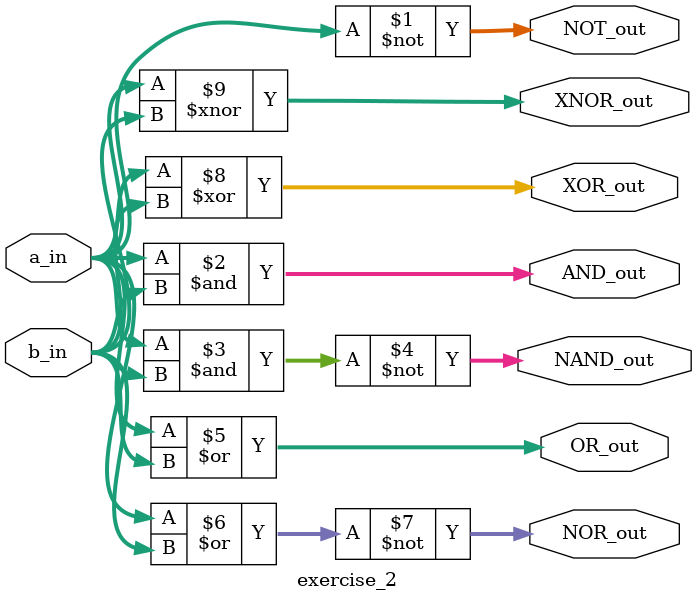
<source format=v>
`timescale 1ns / 1ps


module exercise_2(
                    input[3:0] a_in,
                    input[3:0] b_in,
                    output[3:0] NOT_out,
                    output[3:0] AND_out,
                    output[3:0] NAND_out,
                    output[3:0] OR_out,
                    output[3:0] NOR_out,
                    output[3:0] XOR_out,
                    output[3:0] XNOR_out
                    );

        assign NOT_out = ~a_in;
        assign AND_out = a_in & b_in;
        assign NAND_out = ~(a_in & b_in);
        assign OR_out = a_in | b_in;
        assign NOR_out = ~ (a_in | b_in);
        assign XOR_out = a_in ^ b_in;
        assign XNOR_out = a_in ~^ b_in;


endmodule

</source>
